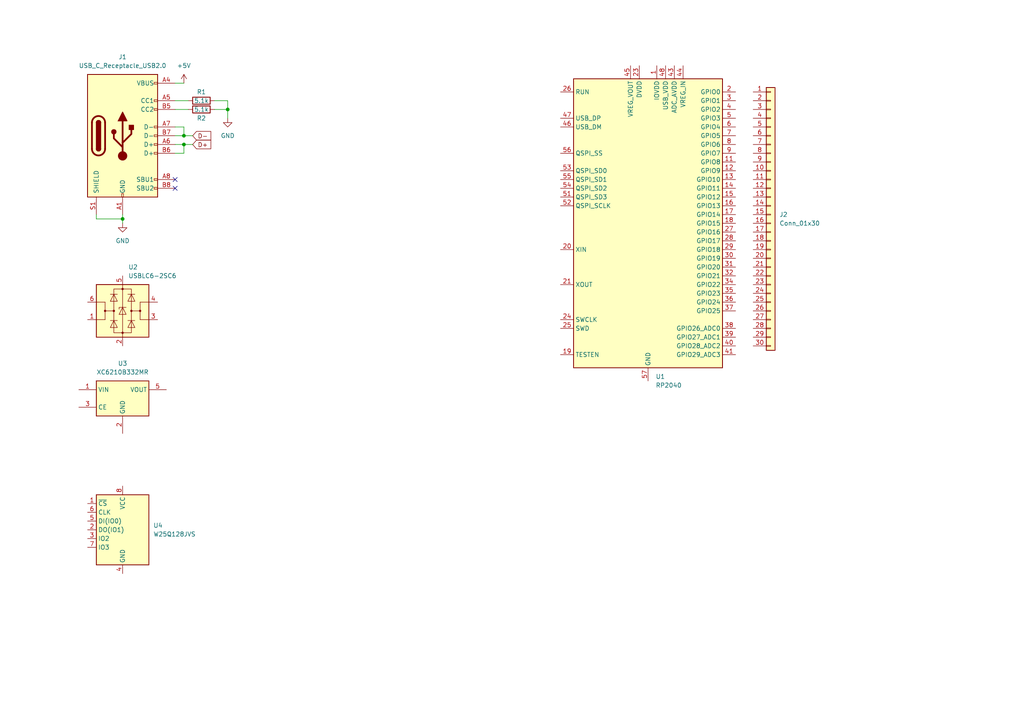
<source format=kicad_sch>
(kicad_sch (version 20230121) (generator eeschema)

  (uuid cc33761c-f139-4a76-bdf7-f72d959ddb3d)

  (paper "A4")

  (lib_symbols
    (symbol "Connector:USB_C_Receptacle_USB2.0" (pin_names (offset 1.016)) (in_bom yes) (on_board yes)
      (property "Reference" "J" (at -10.16 19.05 0)
        (effects (font (size 1.27 1.27)) (justify left))
      )
      (property "Value" "USB_C_Receptacle_USB2.0" (at 19.05 19.05 0)
        (effects (font (size 1.27 1.27)) (justify right))
      )
      (property "Footprint" "" (at 3.81 0 0)
        (effects (font (size 1.27 1.27)) hide)
      )
      (property "Datasheet" "https://www.usb.org/sites/default/files/documents/usb_type-c.zip" (at 3.81 0 0)
        (effects (font (size 1.27 1.27)) hide)
      )
      (property "ki_keywords" "usb universal serial bus type-C USB2.0" (at 0 0 0)
        (effects (font (size 1.27 1.27)) hide)
      )
      (property "ki_description" "USB 2.0-only Type-C Receptacle connector" (at 0 0 0)
        (effects (font (size 1.27 1.27)) hide)
      )
      (property "ki_fp_filters" "USB*C*Receptacle*" (at 0 0 0)
        (effects (font (size 1.27 1.27)) hide)
      )
      (symbol "USB_C_Receptacle_USB2.0_0_0"
        (rectangle (start -0.254 -17.78) (end 0.254 -16.764)
          (stroke (width 0) (type default))
          (fill (type none))
        )
        (rectangle (start 10.16 -14.986) (end 9.144 -15.494)
          (stroke (width 0) (type default))
          (fill (type none))
        )
        (rectangle (start 10.16 -12.446) (end 9.144 -12.954)
          (stroke (width 0) (type default))
          (fill (type none))
        )
        (rectangle (start 10.16 -4.826) (end 9.144 -5.334)
          (stroke (width 0) (type default))
          (fill (type none))
        )
        (rectangle (start 10.16 -2.286) (end 9.144 -2.794)
          (stroke (width 0) (type default))
          (fill (type none))
        )
        (rectangle (start 10.16 0.254) (end 9.144 -0.254)
          (stroke (width 0) (type default))
          (fill (type none))
        )
        (rectangle (start 10.16 2.794) (end 9.144 2.286)
          (stroke (width 0) (type default))
          (fill (type none))
        )
        (rectangle (start 10.16 7.874) (end 9.144 7.366)
          (stroke (width 0) (type default))
          (fill (type none))
        )
        (rectangle (start 10.16 10.414) (end 9.144 9.906)
          (stroke (width 0) (type default))
          (fill (type none))
        )
        (rectangle (start 10.16 15.494) (end 9.144 14.986)
          (stroke (width 0) (type default))
          (fill (type none))
        )
      )
      (symbol "USB_C_Receptacle_USB2.0_0_1"
        (rectangle (start -10.16 17.78) (end 10.16 -17.78)
          (stroke (width 0.254) (type default))
          (fill (type background))
        )
        (arc (start -8.89 -3.81) (mid -6.985 -5.7067) (end -5.08 -3.81)
          (stroke (width 0.508) (type default))
          (fill (type none))
        )
        (arc (start -7.62 -3.81) (mid -6.985 -4.4423) (end -6.35 -3.81)
          (stroke (width 0.254) (type default))
          (fill (type none))
        )
        (arc (start -7.62 -3.81) (mid -6.985 -4.4423) (end -6.35 -3.81)
          (stroke (width 0.254) (type default))
          (fill (type outline))
        )
        (rectangle (start -7.62 -3.81) (end -6.35 3.81)
          (stroke (width 0.254) (type default))
          (fill (type outline))
        )
        (arc (start -6.35 3.81) (mid -6.985 4.4423) (end -7.62 3.81)
          (stroke (width 0.254) (type default))
          (fill (type none))
        )
        (arc (start -6.35 3.81) (mid -6.985 4.4423) (end -7.62 3.81)
          (stroke (width 0.254) (type default))
          (fill (type outline))
        )
        (arc (start -5.08 3.81) (mid -6.985 5.7067) (end -8.89 3.81)
          (stroke (width 0.508) (type default))
          (fill (type none))
        )
        (circle (center -2.54 1.143) (radius 0.635)
          (stroke (width 0.254) (type default))
          (fill (type outline))
        )
        (circle (center 0 -5.842) (radius 1.27)
          (stroke (width 0) (type default))
          (fill (type outline))
        )
        (polyline
          (pts
            (xy -8.89 -3.81)
            (xy -8.89 3.81)
          )
          (stroke (width 0.508) (type default))
          (fill (type none))
        )
        (polyline
          (pts
            (xy -5.08 3.81)
            (xy -5.08 -3.81)
          )
          (stroke (width 0.508) (type default))
          (fill (type none))
        )
        (polyline
          (pts
            (xy 0 -5.842)
            (xy 0 4.318)
          )
          (stroke (width 0.508) (type default))
          (fill (type none))
        )
        (polyline
          (pts
            (xy 0 -3.302)
            (xy -2.54 -0.762)
            (xy -2.54 0.508)
          )
          (stroke (width 0.508) (type default))
          (fill (type none))
        )
        (polyline
          (pts
            (xy 0 -2.032)
            (xy 2.54 0.508)
            (xy 2.54 1.778)
          )
          (stroke (width 0.508) (type default))
          (fill (type none))
        )
        (polyline
          (pts
            (xy -1.27 4.318)
            (xy 0 6.858)
            (xy 1.27 4.318)
            (xy -1.27 4.318)
          )
          (stroke (width 0.254) (type default))
          (fill (type outline))
        )
        (rectangle (start 1.905 1.778) (end 3.175 3.048)
          (stroke (width 0.254) (type default))
          (fill (type outline))
        )
      )
      (symbol "USB_C_Receptacle_USB2.0_1_1"
        (pin passive line (at 0 -22.86 90) (length 5.08)
          (name "GND" (effects (font (size 1.27 1.27))))
          (number "A1" (effects (font (size 1.27 1.27))))
        )
        (pin passive line (at 0 -22.86 90) (length 5.08) hide
          (name "GND" (effects (font (size 1.27 1.27))))
          (number "A12" (effects (font (size 1.27 1.27))))
        )
        (pin passive line (at 15.24 15.24 180) (length 5.08)
          (name "VBUS" (effects (font (size 1.27 1.27))))
          (number "A4" (effects (font (size 1.27 1.27))))
        )
        (pin bidirectional line (at 15.24 10.16 180) (length 5.08)
          (name "CC1" (effects (font (size 1.27 1.27))))
          (number "A5" (effects (font (size 1.27 1.27))))
        )
        (pin bidirectional line (at 15.24 -2.54 180) (length 5.08)
          (name "D+" (effects (font (size 1.27 1.27))))
          (number "A6" (effects (font (size 1.27 1.27))))
        )
        (pin bidirectional line (at 15.24 2.54 180) (length 5.08)
          (name "D-" (effects (font (size 1.27 1.27))))
          (number "A7" (effects (font (size 1.27 1.27))))
        )
        (pin bidirectional line (at 15.24 -12.7 180) (length 5.08)
          (name "SBU1" (effects (font (size 1.27 1.27))))
          (number "A8" (effects (font (size 1.27 1.27))))
        )
        (pin passive line (at 15.24 15.24 180) (length 5.08) hide
          (name "VBUS" (effects (font (size 1.27 1.27))))
          (number "A9" (effects (font (size 1.27 1.27))))
        )
        (pin passive line (at 0 -22.86 90) (length 5.08) hide
          (name "GND" (effects (font (size 1.27 1.27))))
          (number "B1" (effects (font (size 1.27 1.27))))
        )
        (pin passive line (at 0 -22.86 90) (length 5.08) hide
          (name "GND" (effects (font (size 1.27 1.27))))
          (number "B12" (effects (font (size 1.27 1.27))))
        )
        (pin passive line (at 15.24 15.24 180) (length 5.08) hide
          (name "VBUS" (effects (font (size 1.27 1.27))))
          (number "B4" (effects (font (size 1.27 1.27))))
        )
        (pin bidirectional line (at 15.24 7.62 180) (length 5.08)
          (name "CC2" (effects (font (size 1.27 1.27))))
          (number "B5" (effects (font (size 1.27 1.27))))
        )
        (pin bidirectional line (at 15.24 -5.08 180) (length 5.08)
          (name "D+" (effects (font (size 1.27 1.27))))
          (number "B6" (effects (font (size 1.27 1.27))))
        )
        (pin bidirectional line (at 15.24 0 180) (length 5.08)
          (name "D-" (effects (font (size 1.27 1.27))))
          (number "B7" (effects (font (size 1.27 1.27))))
        )
        (pin bidirectional line (at 15.24 -15.24 180) (length 5.08)
          (name "SBU2" (effects (font (size 1.27 1.27))))
          (number "B8" (effects (font (size 1.27 1.27))))
        )
        (pin passive line (at 15.24 15.24 180) (length 5.08) hide
          (name "VBUS" (effects (font (size 1.27 1.27))))
          (number "B9" (effects (font (size 1.27 1.27))))
        )
        (pin passive line (at -7.62 -22.86 90) (length 5.08)
          (name "SHIELD" (effects (font (size 1.27 1.27))))
          (number "S1" (effects (font (size 1.27 1.27))))
        )
      )
    )
    (symbol "Connector_Generic:Conn_01x30" (pin_names (offset 1.016) hide) (in_bom yes) (on_board yes)
      (property "Reference" "J" (at 0 38.1 0)
        (effects (font (size 1.27 1.27)))
      )
      (property "Value" "Conn_01x30" (at 0 -40.64 0)
        (effects (font (size 1.27 1.27)))
      )
      (property "Footprint" "" (at 0 0 0)
        (effects (font (size 1.27 1.27)) hide)
      )
      (property "Datasheet" "~" (at 0 0 0)
        (effects (font (size 1.27 1.27)) hide)
      )
      (property "ki_keywords" "connector" (at 0 0 0)
        (effects (font (size 1.27 1.27)) hide)
      )
      (property "ki_description" "Generic connector, single row, 01x30, script generated (kicad-library-utils/schlib/autogen/connector/)" (at 0 0 0)
        (effects (font (size 1.27 1.27)) hide)
      )
      (property "ki_fp_filters" "Connector*:*_1x??_*" (at 0 0 0)
        (effects (font (size 1.27 1.27)) hide)
      )
      (symbol "Conn_01x30_1_1"
        (rectangle (start -1.27 -37.973) (end 0 -38.227)
          (stroke (width 0.1524) (type default))
          (fill (type none))
        )
        (rectangle (start -1.27 -35.433) (end 0 -35.687)
          (stroke (width 0.1524) (type default))
          (fill (type none))
        )
        (rectangle (start -1.27 -32.893) (end 0 -33.147)
          (stroke (width 0.1524) (type default))
          (fill (type none))
        )
        (rectangle (start -1.27 -30.353) (end 0 -30.607)
          (stroke (width 0.1524) (type default))
          (fill (type none))
        )
        (rectangle (start -1.27 -27.813) (end 0 -28.067)
          (stroke (width 0.1524) (type default))
          (fill (type none))
        )
        (rectangle (start -1.27 -25.273) (end 0 -25.527)
          (stroke (width 0.1524) (type default))
          (fill (type none))
        )
        (rectangle (start -1.27 -22.733) (end 0 -22.987)
          (stroke (width 0.1524) (type default))
          (fill (type none))
        )
        (rectangle (start -1.27 -20.193) (end 0 -20.447)
          (stroke (width 0.1524) (type default))
          (fill (type none))
        )
        (rectangle (start -1.27 -17.653) (end 0 -17.907)
          (stroke (width 0.1524) (type default))
          (fill (type none))
        )
        (rectangle (start -1.27 -15.113) (end 0 -15.367)
          (stroke (width 0.1524) (type default))
          (fill (type none))
        )
        (rectangle (start -1.27 -12.573) (end 0 -12.827)
          (stroke (width 0.1524) (type default))
          (fill (type none))
        )
        (rectangle (start -1.27 -10.033) (end 0 -10.287)
          (stroke (width 0.1524) (type default))
          (fill (type none))
        )
        (rectangle (start -1.27 -7.493) (end 0 -7.747)
          (stroke (width 0.1524) (type default))
          (fill (type none))
        )
        (rectangle (start -1.27 -4.953) (end 0 -5.207)
          (stroke (width 0.1524) (type default))
          (fill (type none))
        )
        (rectangle (start -1.27 -2.413) (end 0 -2.667)
          (stroke (width 0.1524) (type default))
          (fill (type none))
        )
        (rectangle (start -1.27 0.127) (end 0 -0.127)
          (stroke (width 0.1524) (type default))
          (fill (type none))
        )
        (rectangle (start -1.27 2.667) (end 0 2.413)
          (stroke (width 0.1524) (type default))
          (fill (type none))
        )
        (rectangle (start -1.27 5.207) (end 0 4.953)
          (stroke (width 0.1524) (type default))
          (fill (type none))
        )
        (rectangle (start -1.27 7.747) (end 0 7.493)
          (stroke (width 0.1524) (type default))
          (fill (type none))
        )
        (rectangle (start -1.27 10.287) (end 0 10.033)
          (stroke (width 0.1524) (type default))
          (fill (type none))
        )
        (rectangle (start -1.27 12.827) (end 0 12.573)
          (stroke (width 0.1524) (type default))
          (fill (type none))
        )
        (rectangle (start -1.27 15.367) (end 0 15.113)
          (stroke (width 0.1524) (type default))
          (fill (type none))
        )
        (rectangle (start -1.27 17.907) (end 0 17.653)
          (stroke (width 0.1524) (type default))
          (fill (type none))
        )
        (rectangle (start -1.27 20.447) (end 0 20.193)
          (stroke (width 0.1524) (type default))
          (fill (type none))
        )
        (rectangle (start -1.27 22.987) (end 0 22.733)
          (stroke (width 0.1524) (type default))
          (fill (type none))
        )
        (rectangle (start -1.27 25.527) (end 0 25.273)
          (stroke (width 0.1524) (type default))
          (fill (type none))
        )
        (rectangle (start -1.27 28.067) (end 0 27.813)
          (stroke (width 0.1524) (type default))
          (fill (type none))
        )
        (rectangle (start -1.27 30.607) (end 0 30.353)
          (stroke (width 0.1524) (type default))
          (fill (type none))
        )
        (rectangle (start -1.27 33.147) (end 0 32.893)
          (stroke (width 0.1524) (type default))
          (fill (type none))
        )
        (rectangle (start -1.27 35.687) (end 0 35.433)
          (stroke (width 0.1524) (type default))
          (fill (type none))
        )
        (rectangle (start -1.27 36.83) (end 1.27 -39.37)
          (stroke (width 0.254) (type default))
          (fill (type background))
        )
        (pin passive line (at -5.08 35.56 0) (length 3.81)
          (name "Pin_1" (effects (font (size 1.27 1.27))))
          (number "1" (effects (font (size 1.27 1.27))))
        )
        (pin passive line (at -5.08 12.7 0) (length 3.81)
          (name "Pin_10" (effects (font (size 1.27 1.27))))
          (number "10" (effects (font (size 1.27 1.27))))
        )
        (pin passive line (at -5.08 10.16 0) (length 3.81)
          (name "Pin_11" (effects (font (size 1.27 1.27))))
          (number "11" (effects (font (size 1.27 1.27))))
        )
        (pin passive line (at -5.08 7.62 0) (length 3.81)
          (name "Pin_12" (effects (font (size 1.27 1.27))))
          (number "12" (effects (font (size 1.27 1.27))))
        )
        (pin passive line (at -5.08 5.08 0) (length 3.81)
          (name "Pin_13" (effects (font (size 1.27 1.27))))
          (number "13" (effects (font (size 1.27 1.27))))
        )
        (pin passive line (at -5.08 2.54 0) (length 3.81)
          (name "Pin_14" (effects (font (size 1.27 1.27))))
          (number "14" (effects (font (size 1.27 1.27))))
        )
        (pin passive line (at -5.08 0 0) (length 3.81)
          (name "Pin_15" (effects (font (size 1.27 1.27))))
          (number "15" (effects (font (size 1.27 1.27))))
        )
        (pin passive line (at -5.08 -2.54 0) (length 3.81)
          (name "Pin_16" (effects (font (size 1.27 1.27))))
          (number "16" (effects (font (size 1.27 1.27))))
        )
        (pin passive line (at -5.08 -5.08 0) (length 3.81)
          (name "Pin_17" (effects (font (size 1.27 1.27))))
          (number "17" (effects (font (size 1.27 1.27))))
        )
        (pin passive line (at -5.08 -7.62 0) (length 3.81)
          (name "Pin_18" (effects (font (size 1.27 1.27))))
          (number "18" (effects (font (size 1.27 1.27))))
        )
        (pin passive line (at -5.08 -10.16 0) (length 3.81)
          (name "Pin_19" (effects (font (size 1.27 1.27))))
          (number "19" (effects (font (size 1.27 1.27))))
        )
        (pin passive line (at -5.08 33.02 0) (length 3.81)
          (name "Pin_2" (effects (font (size 1.27 1.27))))
          (number "2" (effects (font (size 1.27 1.27))))
        )
        (pin passive line (at -5.08 -12.7 0) (length 3.81)
          (name "Pin_20" (effects (font (size 1.27 1.27))))
          (number "20" (effects (font (size 1.27 1.27))))
        )
        (pin passive line (at -5.08 -15.24 0) (length 3.81)
          (name "Pin_21" (effects (font (size 1.27 1.27))))
          (number "21" (effects (font (size 1.27 1.27))))
        )
        (pin passive line (at -5.08 -17.78 0) (length 3.81)
          (name "Pin_22" (effects (font (size 1.27 1.27))))
          (number "22" (effects (font (size 1.27 1.27))))
        )
        (pin passive line (at -5.08 -20.32 0) (length 3.81)
          (name "Pin_23" (effects (font (size 1.27 1.27))))
          (number "23" (effects (font (size 1.27 1.27))))
        )
        (pin passive line (at -5.08 -22.86 0) (length 3.81)
          (name "Pin_24" (effects (font (size 1.27 1.27))))
          (number "24" (effects (font (size 1.27 1.27))))
        )
        (pin passive line (at -5.08 -25.4 0) (length 3.81)
          (name "Pin_25" (effects (font (size 1.27 1.27))))
          (number "25" (effects (font (size 1.27 1.27))))
        )
        (pin passive line (at -5.08 -27.94 0) (length 3.81)
          (name "Pin_26" (effects (font (size 1.27 1.27))))
          (number "26" (effects (font (size 1.27 1.27))))
        )
        (pin passive line (at -5.08 -30.48 0) (length 3.81)
          (name "Pin_27" (effects (font (size 1.27 1.27))))
          (number "27" (effects (font (size 1.27 1.27))))
        )
        (pin passive line (at -5.08 -33.02 0) (length 3.81)
          (name "Pin_28" (effects (font (size 1.27 1.27))))
          (number "28" (effects (font (size 1.27 1.27))))
        )
        (pin passive line (at -5.08 -35.56 0) (length 3.81)
          (name "Pin_29" (effects (font (size 1.27 1.27))))
          (number "29" (effects (font (size 1.27 1.27))))
        )
        (pin passive line (at -5.08 30.48 0) (length 3.81)
          (name "Pin_3" (effects (font (size 1.27 1.27))))
          (number "3" (effects (font (size 1.27 1.27))))
        )
        (pin passive line (at -5.08 -38.1 0) (length 3.81)
          (name "Pin_30" (effects (font (size 1.27 1.27))))
          (number "30" (effects (font (size 1.27 1.27))))
        )
        (pin passive line (at -5.08 27.94 0) (length 3.81)
          (name "Pin_4" (effects (font (size 1.27 1.27))))
          (number "4" (effects (font (size 1.27 1.27))))
        )
        (pin passive line (at -5.08 25.4 0) (length 3.81)
          (name "Pin_5" (effects (font (size 1.27 1.27))))
          (number "5" (effects (font (size 1.27 1.27))))
        )
        (pin passive line (at -5.08 22.86 0) (length 3.81)
          (name "Pin_6" (effects (font (size 1.27 1.27))))
          (number "6" (effects (font (size 1.27 1.27))))
        )
        (pin passive line (at -5.08 20.32 0) (length 3.81)
          (name "Pin_7" (effects (font (size 1.27 1.27))))
          (number "7" (effects (font (size 1.27 1.27))))
        )
        (pin passive line (at -5.08 17.78 0) (length 3.81)
          (name "Pin_8" (effects (font (size 1.27 1.27))))
          (number "8" (effects (font (size 1.27 1.27))))
        )
        (pin passive line (at -5.08 15.24 0) (length 3.81)
          (name "Pin_9" (effects (font (size 1.27 1.27))))
          (number "9" (effects (font (size 1.27 1.27))))
        )
      )
    )
    (symbol "Device:R" (pin_numbers hide) (pin_names (offset 0)) (in_bom yes) (on_board yes)
      (property "Reference" "R" (at 2.032 0 90)
        (effects (font (size 1.27 1.27)))
      )
      (property "Value" "R" (at 0 0 90)
        (effects (font (size 1.27 1.27)))
      )
      (property "Footprint" "" (at -1.778 0 90)
        (effects (font (size 1.27 1.27)) hide)
      )
      (property "Datasheet" "~" (at 0 0 0)
        (effects (font (size 1.27 1.27)) hide)
      )
      (property "ki_keywords" "R res resistor" (at 0 0 0)
        (effects (font (size 1.27 1.27)) hide)
      )
      (property "ki_description" "Resistor" (at 0 0 0)
        (effects (font (size 1.27 1.27)) hide)
      )
      (property "ki_fp_filters" "R_*" (at 0 0 0)
        (effects (font (size 1.27 1.27)) hide)
      )
      (symbol "R_0_1"
        (rectangle (start -1.016 -2.54) (end 1.016 2.54)
          (stroke (width 0.254) (type default))
          (fill (type none))
        )
      )
      (symbol "R_1_1"
        (pin passive line (at 0 3.81 270) (length 1.27)
          (name "~" (effects (font (size 1.27 1.27))))
          (number "1" (effects (font (size 1.27 1.27))))
        )
        (pin passive line (at 0 -3.81 90) (length 1.27)
          (name "~" (effects (font (size 1.27 1.27))))
          (number "2" (effects (font (size 1.27 1.27))))
        )
      )
    )
    (symbol "MCU_RaspberryPi:RP2040" (in_bom yes) (on_board yes)
      (property "Reference" "U" (at 17.78 45.72 0)
        (effects (font (size 1.27 1.27)))
      )
      (property "Value" "RP2040" (at 17.78 43.18 0)
        (effects (font (size 1.27 1.27)))
      )
      (property "Footprint" "Package_DFN_QFN:QFN-56-1EP_7x7mm_P0.4mm_EP3.2x3.2mm" (at 0 0 0)
        (effects (font (size 1.27 1.27)) hide)
      )
      (property "Datasheet" "https://datasheets.raspberrypi.com/rp2040/rp2040-datasheet.pdf" (at 0 0 0)
        (effects (font (size 1.27 1.27)) hide)
      )
      (property "ki_keywords" "RP2040 ARM Cortex-M0+ USB" (at 0 0 0)
        (effects (font (size 1.27 1.27)) hide)
      )
      (property "ki_description" "A microcontroller by Raspberry Pi" (at 0 0 0)
        (effects (font (size 1.27 1.27)) hide)
      )
      (property "ki_fp_filters" "QFN*1EP*7x7mm?P0.4mm*" (at 0 0 0)
        (effects (font (size 1.27 1.27)) hide)
      )
      (symbol "RP2040_0_1"
        (rectangle (start -21.59 41.91) (end 21.59 -41.91)
          (stroke (width 0.254) (type default))
          (fill (type background))
        )
      )
      (symbol "RP2040_1_1"
        (pin power_in line (at 2.54 45.72 270) (length 3.81)
          (name "IOVDD" (effects (font (size 1.27 1.27))))
          (number "1" (effects (font (size 1.27 1.27))))
        )
        (pin passive line (at 2.54 45.72 270) (length 3.81) hide
          (name "IOVDD" (effects (font (size 1.27 1.27))))
          (number "10" (effects (font (size 1.27 1.27))))
        )
        (pin bidirectional line (at 25.4 17.78 180) (length 3.81)
          (name "GPIO8" (effects (font (size 1.27 1.27))))
          (number "11" (effects (font (size 1.27 1.27))))
        )
        (pin bidirectional line (at 25.4 15.24 180) (length 3.81)
          (name "GPIO9" (effects (font (size 1.27 1.27))))
          (number "12" (effects (font (size 1.27 1.27))))
        )
        (pin bidirectional line (at 25.4 12.7 180) (length 3.81)
          (name "GPIO10" (effects (font (size 1.27 1.27))))
          (number "13" (effects (font (size 1.27 1.27))))
        )
        (pin bidirectional line (at 25.4 10.16 180) (length 3.81)
          (name "GPIO11" (effects (font (size 1.27 1.27))))
          (number "14" (effects (font (size 1.27 1.27))))
        )
        (pin bidirectional line (at 25.4 7.62 180) (length 3.81)
          (name "GPIO12" (effects (font (size 1.27 1.27))))
          (number "15" (effects (font (size 1.27 1.27))))
        )
        (pin bidirectional line (at 25.4 5.08 180) (length 3.81)
          (name "GPIO13" (effects (font (size 1.27 1.27))))
          (number "16" (effects (font (size 1.27 1.27))))
        )
        (pin bidirectional line (at 25.4 2.54 180) (length 3.81)
          (name "GPIO14" (effects (font (size 1.27 1.27))))
          (number "17" (effects (font (size 1.27 1.27))))
        )
        (pin bidirectional line (at 25.4 0 180) (length 3.81)
          (name "GPIO15" (effects (font (size 1.27 1.27))))
          (number "18" (effects (font (size 1.27 1.27))))
        )
        (pin input line (at -25.4 -38.1 0) (length 3.81)
          (name "TESTEN" (effects (font (size 1.27 1.27))))
          (number "19" (effects (font (size 1.27 1.27))))
        )
        (pin bidirectional line (at 25.4 38.1 180) (length 3.81)
          (name "GPIO0" (effects (font (size 1.27 1.27))))
          (number "2" (effects (font (size 1.27 1.27))))
        )
        (pin input line (at -25.4 -7.62 0) (length 3.81)
          (name "XIN" (effects (font (size 1.27 1.27))))
          (number "20" (effects (font (size 1.27 1.27))))
        )
        (pin passive line (at -25.4 -17.78 0) (length 3.81)
          (name "XOUT" (effects (font (size 1.27 1.27))))
          (number "21" (effects (font (size 1.27 1.27))))
        )
        (pin passive line (at 2.54 45.72 270) (length 3.81) hide
          (name "IOVDD" (effects (font (size 1.27 1.27))))
          (number "22" (effects (font (size 1.27 1.27))))
        )
        (pin power_in line (at -2.54 45.72 270) (length 3.81)
          (name "DVDD" (effects (font (size 1.27 1.27))))
          (number "23" (effects (font (size 1.27 1.27))))
        )
        (pin input line (at -25.4 -27.94 0) (length 3.81)
          (name "SWCLK" (effects (font (size 1.27 1.27))))
          (number "24" (effects (font (size 1.27 1.27))))
        )
        (pin bidirectional line (at -25.4 -30.48 0) (length 3.81)
          (name "SWD" (effects (font (size 1.27 1.27))))
          (number "25" (effects (font (size 1.27 1.27))))
        )
        (pin input line (at -25.4 38.1 0) (length 3.81)
          (name "RUN" (effects (font (size 1.27 1.27))))
          (number "26" (effects (font (size 1.27 1.27))))
        )
        (pin bidirectional line (at 25.4 -2.54 180) (length 3.81)
          (name "GPIO16" (effects (font (size 1.27 1.27))))
          (number "27" (effects (font (size 1.27 1.27))))
        )
        (pin bidirectional line (at 25.4 -5.08 180) (length 3.81)
          (name "GPIO17" (effects (font (size 1.27 1.27))))
          (number "28" (effects (font (size 1.27 1.27))))
        )
        (pin bidirectional line (at 25.4 -7.62 180) (length 3.81)
          (name "GPIO18" (effects (font (size 1.27 1.27))))
          (number "29" (effects (font (size 1.27 1.27))))
        )
        (pin bidirectional line (at 25.4 35.56 180) (length 3.81)
          (name "GPIO1" (effects (font (size 1.27 1.27))))
          (number "3" (effects (font (size 1.27 1.27))))
        )
        (pin bidirectional line (at 25.4 -10.16 180) (length 3.81)
          (name "GPIO19" (effects (font (size 1.27 1.27))))
          (number "30" (effects (font (size 1.27 1.27))))
        )
        (pin bidirectional line (at 25.4 -12.7 180) (length 3.81)
          (name "GPIO20" (effects (font (size 1.27 1.27))))
          (number "31" (effects (font (size 1.27 1.27))))
        )
        (pin bidirectional line (at 25.4 -15.24 180) (length 3.81)
          (name "GPIO21" (effects (font (size 1.27 1.27))))
          (number "32" (effects (font (size 1.27 1.27))))
        )
        (pin passive line (at 2.54 45.72 270) (length 3.81) hide
          (name "IOVDD" (effects (font (size 1.27 1.27))))
          (number "33" (effects (font (size 1.27 1.27))))
        )
        (pin bidirectional line (at 25.4 -17.78 180) (length 3.81)
          (name "GPIO22" (effects (font (size 1.27 1.27))))
          (number "34" (effects (font (size 1.27 1.27))))
        )
        (pin bidirectional line (at 25.4 -20.32 180) (length 3.81)
          (name "GPIO23" (effects (font (size 1.27 1.27))))
          (number "35" (effects (font (size 1.27 1.27))))
        )
        (pin bidirectional line (at 25.4 -22.86 180) (length 3.81)
          (name "GPIO24" (effects (font (size 1.27 1.27))))
          (number "36" (effects (font (size 1.27 1.27))))
        )
        (pin bidirectional line (at 25.4 -25.4 180) (length 3.81)
          (name "GPIO25" (effects (font (size 1.27 1.27))))
          (number "37" (effects (font (size 1.27 1.27))))
        )
        (pin bidirectional line (at 25.4 -30.48 180) (length 3.81)
          (name "GPIO26_ADC0" (effects (font (size 1.27 1.27))))
          (number "38" (effects (font (size 1.27 1.27))))
        )
        (pin bidirectional line (at 25.4 -33.02 180) (length 3.81)
          (name "GPIO27_ADC1" (effects (font (size 1.27 1.27))))
          (number "39" (effects (font (size 1.27 1.27))))
        )
        (pin bidirectional line (at 25.4 33.02 180) (length 3.81)
          (name "GPIO2" (effects (font (size 1.27 1.27))))
          (number "4" (effects (font (size 1.27 1.27))))
        )
        (pin bidirectional line (at 25.4 -35.56 180) (length 3.81)
          (name "GPIO28_ADC2" (effects (font (size 1.27 1.27))))
          (number "40" (effects (font (size 1.27 1.27))))
        )
        (pin bidirectional line (at 25.4 -38.1 180) (length 3.81)
          (name "GPIO29_ADC3" (effects (font (size 1.27 1.27))))
          (number "41" (effects (font (size 1.27 1.27))))
        )
        (pin passive line (at 2.54 45.72 270) (length 3.81) hide
          (name "IOVDD" (effects (font (size 1.27 1.27))))
          (number "42" (effects (font (size 1.27 1.27))))
        )
        (pin power_in line (at 7.62 45.72 270) (length 3.81)
          (name "ADC_AVDD" (effects (font (size 1.27 1.27))))
          (number "43" (effects (font (size 1.27 1.27))))
        )
        (pin power_in line (at 10.16 45.72 270) (length 3.81)
          (name "VREG_IN" (effects (font (size 1.27 1.27))))
          (number "44" (effects (font (size 1.27 1.27))))
        )
        (pin power_out line (at -5.08 45.72 270) (length 3.81)
          (name "VREG_VOUT" (effects (font (size 1.27 1.27))))
          (number "45" (effects (font (size 1.27 1.27))))
        )
        (pin bidirectional line (at -25.4 27.94 0) (length 3.81)
          (name "USB_DM" (effects (font (size 1.27 1.27))))
          (number "46" (effects (font (size 1.27 1.27))))
        )
        (pin bidirectional line (at -25.4 30.48 0) (length 3.81)
          (name "USB_DP" (effects (font (size 1.27 1.27))))
          (number "47" (effects (font (size 1.27 1.27))))
        )
        (pin power_in line (at 5.08 45.72 270) (length 3.81)
          (name "USB_VDD" (effects (font (size 1.27 1.27))))
          (number "48" (effects (font (size 1.27 1.27))))
        )
        (pin passive line (at 2.54 45.72 270) (length 3.81) hide
          (name "IOVDD" (effects (font (size 1.27 1.27))))
          (number "49" (effects (font (size 1.27 1.27))))
        )
        (pin bidirectional line (at 25.4 30.48 180) (length 3.81)
          (name "GPIO3" (effects (font (size 1.27 1.27))))
          (number "5" (effects (font (size 1.27 1.27))))
        )
        (pin passive line (at -2.54 45.72 270) (length 3.81) hide
          (name "DVDD" (effects (font (size 1.27 1.27))))
          (number "50" (effects (font (size 1.27 1.27))))
        )
        (pin bidirectional line (at -25.4 7.62 0) (length 3.81)
          (name "QSPI_SD3" (effects (font (size 1.27 1.27))))
          (number "51" (effects (font (size 1.27 1.27))))
        )
        (pin output line (at -25.4 5.08 0) (length 3.81)
          (name "QSPI_SCLK" (effects (font (size 1.27 1.27))))
          (number "52" (effects (font (size 1.27 1.27))))
        )
        (pin bidirectional line (at -25.4 15.24 0) (length 3.81)
          (name "QSPI_SD0" (effects (font (size 1.27 1.27))))
          (number "53" (effects (font (size 1.27 1.27))))
        )
        (pin bidirectional line (at -25.4 10.16 0) (length 3.81)
          (name "QSPI_SD2" (effects (font (size 1.27 1.27))))
          (number "54" (effects (font (size 1.27 1.27))))
        )
        (pin bidirectional line (at -25.4 12.7 0) (length 3.81)
          (name "QSPI_SD1" (effects (font (size 1.27 1.27))))
          (number "55" (effects (font (size 1.27 1.27))))
        )
        (pin bidirectional line (at -25.4 20.32 0) (length 3.81)
          (name "QSPI_SS" (effects (font (size 1.27 1.27))))
          (number "56" (effects (font (size 1.27 1.27))))
        )
        (pin power_in line (at 0 -45.72 90) (length 3.81)
          (name "GND" (effects (font (size 1.27 1.27))))
          (number "57" (effects (font (size 1.27 1.27))))
        )
        (pin bidirectional line (at 25.4 27.94 180) (length 3.81)
          (name "GPIO4" (effects (font (size 1.27 1.27))))
          (number "6" (effects (font (size 1.27 1.27))))
        )
        (pin bidirectional line (at 25.4 25.4 180) (length 3.81)
          (name "GPIO5" (effects (font (size 1.27 1.27))))
          (number "7" (effects (font (size 1.27 1.27))))
        )
        (pin bidirectional line (at 25.4 22.86 180) (length 3.81)
          (name "GPIO6" (effects (font (size 1.27 1.27))))
          (number "8" (effects (font (size 1.27 1.27))))
        )
        (pin bidirectional line (at 25.4 20.32 180) (length 3.81)
          (name "GPIO7" (effects (font (size 1.27 1.27))))
          (number "9" (effects (font (size 1.27 1.27))))
        )
      )
    )
    (symbol "Memory_Flash:W25Q128JVS" (in_bom yes) (on_board yes)
      (property "Reference" "U" (at -8.89 8.89 0)
        (effects (font (size 1.27 1.27)))
      )
      (property "Value" "W25Q128JVS" (at 7.62 8.89 0)
        (effects (font (size 1.27 1.27)))
      )
      (property "Footprint" "Package_SO:SOIC-8_5.23x5.23mm_P1.27mm" (at 0 0 0)
        (effects (font (size 1.27 1.27)) hide)
      )
      (property "Datasheet" "http://www.winbond.com/resource-files/w25q128jv_dtr%20revc%2003272018%20plus.pdf" (at 0 0 0)
        (effects (font (size 1.27 1.27)) hide)
      )
      (property "ki_keywords" "flash memory SPI QPI DTR" (at 0 0 0)
        (effects (font (size 1.27 1.27)) hide)
      )
      (property "ki_description" "128Mb Serial Flash Memory, Standard/Dual/Quad SPI, SOIC-8" (at 0 0 0)
        (effects (font (size 1.27 1.27)) hide)
      )
      (property "ki_fp_filters" "SOIC*5.23x5.23mm*P1.27mm*" (at 0 0 0)
        (effects (font (size 1.27 1.27)) hide)
      )
      (symbol "W25Q128JVS_0_1"
        (rectangle (start -7.62 10.16) (end 7.62 -10.16)
          (stroke (width 0.254) (type default))
          (fill (type background))
        )
      )
      (symbol "W25Q128JVS_1_1"
        (pin input line (at -10.16 7.62 0) (length 2.54)
          (name "~{CS}" (effects (font (size 1.27 1.27))))
          (number "1" (effects (font (size 1.27 1.27))))
        )
        (pin bidirectional line (at -10.16 0 0) (length 2.54)
          (name "DO(IO1)" (effects (font (size 1.27 1.27))))
          (number "2" (effects (font (size 1.27 1.27))))
        )
        (pin bidirectional line (at -10.16 -2.54 0) (length 2.54)
          (name "IO2" (effects (font (size 1.27 1.27))))
          (number "3" (effects (font (size 1.27 1.27))))
        )
        (pin power_in line (at 0 -12.7 90) (length 2.54)
          (name "GND" (effects (font (size 1.27 1.27))))
          (number "4" (effects (font (size 1.27 1.27))))
        )
        (pin bidirectional line (at -10.16 2.54 0) (length 2.54)
          (name "DI(IO0)" (effects (font (size 1.27 1.27))))
          (number "5" (effects (font (size 1.27 1.27))))
        )
        (pin input line (at -10.16 5.08 0) (length 2.54)
          (name "CLK" (effects (font (size 1.27 1.27))))
          (number "6" (effects (font (size 1.27 1.27))))
        )
        (pin bidirectional line (at -10.16 -5.08 0) (length 2.54)
          (name "IO3" (effects (font (size 1.27 1.27))))
          (number "7" (effects (font (size 1.27 1.27))))
        )
        (pin power_in line (at 0 12.7 270) (length 2.54)
          (name "VCC" (effects (font (size 1.27 1.27))))
          (number "8" (effects (font (size 1.27 1.27))))
        )
      )
    )
    (symbol "Power_Protection:USBLC6-2SC6" (pin_names hide) (in_bom yes) (on_board yes)
      (property "Reference" "U" (at 2.54 8.89 0)
        (effects (font (size 1.27 1.27)) (justify left))
      )
      (property "Value" "USBLC6-2SC6" (at 2.54 -8.89 0)
        (effects (font (size 1.27 1.27)) (justify left))
      )
      (property "Footprint" "Package_TO_SOT_SMD:SOT-23-6" (at 0 -12.7 0)
        (effects (font (size 1.27 1.27)) hide)
      )
      (property "Datasheet" "https://www.st.com/resource/en/datasheet/usblc6-2.pdf" (at 5.08 8.89 0)
        (effects (font (size 1.27 1.27)) hide)
      )
      (property "ki_keywords" "usb ethernet video" (at 0 0 0)
        (effects (font (size 1.27 1.27)) hide)
      )
      (property "ki_description" "Very low capacitance ESD protection diode, 2 data-line, SOT-23-6" (at 0 0 0)
        (effects (font (size 1.27 1.27)) hide)
      )
      (property "ki_fp_filters" "SOT?23*" (at 0 0 0)
        (effects (font (size 1.27 1.27)) hide)
      )
      (symbol "USBLC6-2SC6_0_1"
        (rectangle (start -7.62 -7.62) (end 7.62 7.62)
          (stroke (width 0.254) (type default))
          (fill (type background))
        )
        (circle (center -5.08 0) (radius 0.254)
          (stroke (width 0) (type default))
          (fill (type outline))
        )
        (circle (center -2.54 0) (radius 0.254)
          (stroke (width 0) (type default))
          (fill (type outline))
        )
        (rectangle (start -2.54 6.35) (end 2.54 -6.35)
          (stroke (width 0) (type default))
          (fill (type none))
        )
        (circle (center 0 -6.35) (radius 0.254)
          (stroke (width 0) (type default))
          (fill (type outline))
        )
        (polyline
          (pts
            (xy -5.08 -2.54)
            (xy -7.62 -2.54)
          )
          (stroke (width 0) (type default))
          (fill (type none))
        )
        (polyline
          (pts
            (xy -5.08 0)
            (xy -5.08 -2.54)
          )
          (stroke (width 0) (type default))
          (fill (type none))
        )
        (polyline
          (pts
            (xy -5.08 2.54)
            (xy -7.62 2.54)
          )
          (stroke (width 0) (type default))
          (fill (type none))
        )
        (polyline
          (pts
            (xy -1.524 -2.794)
            (xy -3.556 -2.794)
          )
          (stroke (width 0) (type default))
          (fill (type none))
        )
        (polyline
          (pts
            (xy -1.524 4.826)
            (xy -3.556 4.826)
          )
          (stroke (width 0) (type default))
          (fill (type none))
        )
        (polyline
          (pts
            (xy 0 -7.62)
            (xy 0 -6.35)
          )
          (stroke (width 0) (type default))
          (fill (type none))
        )
        (polyline
          (pts
            (xy 0 -6.35)
            (xy 0 1.27)
          )
          (stroke (width 0) (type default))
          (fill (type none))
        )
        (polyline
          (pts
            (xy 0 1.27)
            (xy 0 6.35)
          )
          (stroke (width 0) (type default))
          (fill (type none))
        )
        (polyline
          (pts
            (xy 0 6.35)
            (xy 0 7.62)
          )
          (stroke (width 0) (type default))
          (fill (type none))
        )
        (polyline
          (pts
            (xy 1.524 -2.794)
            (xy 3.556 -2.794)
          )
          (stroke (width 0) (type default))
          (fill (type none))
        )
        (polyline
          (pts
            (xy 1.524 4.826)
            (xy 3.556 4.826)
          )
          (stroke (width 0) (type default))
          (fill (type none))
        )
        (polyline
          (pts
            (xy 5.08 -2.54)
            (xy 7.62 -2.54)
          )
          (stroke (width 0) (type default))
          (fill (type none))
        )
        (polyline
          (pts
            (xy 5.08 0)
            (xy 5.08 -2.54)
          )
          (stroke (width 0) (type default))
          (fill (type none))
        )
        (polyline
          (pts
            (xy 5.08 2.54)
            (xy 7.62 2.54)
          )
          (stroke (width 0) (type default))
          (fill (type none))
        )
        (polyline
          (pts
            (xy -2.54 0)
            (xy -5.08 0)
            (xy -5.08 2.54)
          )
          (stroke (width 0) (type default))
          (fill (type none))
        )
        (polyline
          (pts
            (xy 2.54 0)
            (xy 5.08 0)
            (xy 5.08 2.54)
          )
          (stroke (width 0) (type default))
          (fill (type none))
        )
        (polyline
          (pts
            (xy -3.556 -4.826)
            (xy -1.524 -4.826)
            (xy -2.54 -2.794)
            (xy -3.556 -4.826)
          )
          (stroke (width 0) (type default))
          (fill (type none))
        )
        (polyline
          (pts
            (xy -3.556 2.794)
            (xy -1.524 2.794)
            (xy -2.54 4.826)
            (xy -3.556 2.794)
          )
          (stroke (width 0) (type default))
          (fill (type none))
        )
        (polyline
          (pts
            (xy -1.016 -1.016)
            (xy 1.016 -1.016)
            (xy 0 1.016)
            (xy -1.016 -1.016)
          )
          (stroke (width 0) (type default))
          (fill (type none))
        )
        (polyline
          (pts
            (xy 1.016 1.016)
            (xy 0.762 1.016)
            (xy -1.016 1.016)
            (xy -1.016 0.508)
          )
          (stroke (width 0) (type default))
          (fill (type none))
        )
        (polyline
          (pts
            (xy 3.556 -4.826)
            (xy 1.524 -4.826)
            (xy 2.54 -2.794)
            (xy 3.556 -4.826)
          )
          (stroke (width 0) (type default))
          (fill (type none))
        )
        (polyline
          (pts
            (xy 3.556 2.794)
            (xy 1.524 2.794)
            (xy 2.54 4.826)
            (xy 3.556 2.794)
          )
          (stroke (width 0) (type default))
          (fill (type none))
        )
        (circle (center 0 6.35) (radius 0.254)
          (stroke (width 0) (type default))
          (fill (type outline))
        )
        (circle (center 2.54 0) (radius 0.254)
          (stroke (width 0) (type default))
          (fill (type outline))
        )
        (circle (center 5.08 0) (radius 0.254)
          (stroke (width 0) (type default))
          (fill (type outline))
        )
      )
      (symbol "USBLC6-2SC6_1_1"
        (pin passive line (at -10.16 -2.54 0) (length 2.54)
          (name "I/O1" (effects (font (size 1.27 1.27))))
          (number "1" (effects (font (size 1.27 1.27))))
        )
        (pin passive line (at 0 -10.16 90) (length 2.54)
          (name "GND" (effects (font (size 1.27 1.27))))
          (number "2" (effects (font (size 1.27 1.27))))
        )
        (pin passive line (at 10.16 -2.54 180) (length 2.54)
          (name "I/O2" (effects (font (size 1.27 1.27))))
          (number "3" (effects (font (size 1.27 1.27))))
        )
        (pin passive line (at 10.16 2.54 180) (length 2.54)
          (name "I/O2" (effects (font (size 1.27 1.27))))
          (number "4" (effects (font (size 1.27 1.27))))
        )
        (pin passive line (at 0 10.16 270) (length 2.54)
          (name "VBUS" (effects (font (size 1.27 1.27))))
          (number "5" (effects (font (size 1.27 1.27))))
        )
        (pin passive line (at -10.16 2.54 0) (length 2.54)
          (name "I/O1" (effects (font (size 1.27 1.27))))
          (number "6" (effects (font (size 1.27 1.27))))
        )
      )
    )
    (symbol "Regulator_Linear:XC6210B332MR" (in_bom yes) (on_board yes)
      (property "Reference" "U" (at 0 8.89 0)
        (effects (font (size 1.27 1.27)))
      )
      (property "Value" "XC6210B332MR" (at 0 6.35 0)
        (effects (font (size 1.27 1.27)))
      )
      (property "Footprint" "Package_TO_SOT_SMD:SOT-23-5" (at 0 0 0)
        (effects (font (size 1.27 1.27)) hide)
      )
      (property "Datasheet" "https://www.torexsemi.com/file/xc6210/XC6210.pdf" (at 19.05 -25.4 0)
        (effects (font (size 1.27 1.27)) hide)
      )
      (property "ki_keywords" "LDO Voltage Regulator 700mA" (at 0 0 0)
        (effects (font (size 1.27 1.27)) hide)
      )
      (property "ki_description" "700mA, Low Drop-out Voltage Regulator, Fixed Output 3.3V, SOT-23-5" (at 0 0 0)
        (effects (font (size 1.27 1.27)) hide)
      )
      (property "ki_fp_filters" "SOT?23*" (at 0 0 0)
        (effects (font (size 1.27 1.27)) hide)
      )
      (symbol "XC6210B332MR_0_1"
        (rectangle (start -7.62 5.08) (end 7.62 -5.08)
          (stroke (width 0.254) (type default))
          (fill (type background))
        )
      )
      (symbol "XC6210B332MR_1_1"
        (pin power_in line (at -12.7 2.54 0) (length 5.08)
          (name "VIN" (effects (font (size 1.27 1.27))))
          (number "1" (effects (font (size 1.27 1.27))))
        )
        (pin power_in line (at 0 -10.16 90) (length 5.08)
          (name "GND" (effects (font (size 1.27 1.27))))
          (number "2" (effects (font (size 1.27 1.27))))
        )
        (pin input line (at -12.7 -2.54 0) (length 5.08)
          (name "CE" (effects (font (size 1.27 1.27))))
          (number "3" (effects (font (size 1.27 1.27))))
        )
        (pin no_connect line (at 7.62 -2.54 180) (length 5.08) hide
          (name "NC" (effects (font (size 1.27 1.27))))
          (number "4" (effects (font (size 1.27 1.27))))
        )
        (pin power_out line (at 12.7 2.54 180) (length 5.08)
          (name "VOUT" (effects (font (size 1.27 1.27))))
          (number "5" (effects (font (size 1.27 1.27))))
        )
      )
    )
    (symbol "power:+5V" (power) (pin_names (offset 0)) (in_bom yes) (on_board yes)
      (property "Reference" "#PWR" (at 0 -3.81 0)
        (effects (font (size 1.27 1.27)) hide)
      )
      (property "Value" "+5V" (at 0 3.556 0)
        (effects (font (size 1.27 1.27)))
      )
      (property "Footprint" "" (at 0 0 0)
        (effects (font (size 1.27 1.27)) hide)
      )
      (property "Datasheet" "" (at 0 0 0)
        (effects (font (size 1.27 1.27)) hide)
      )
      (property "ki_keywords" "global power" (at 0 0 0)
        (effects (font (size 1.27 1.27)) hide)
      )
      (property "ki_description" "Power symbol creates a global label with name \"+5V\"" (at 0 0 0)
        (effects (font (size 1.27 1.27)) hide)
      )
      (symbol "+5V_0_1"
        (polyline
          (pts
            (xy -0.762 1.27)
            (xy 0 2.54)
          )
          (stroke (width 0) (type default))
          (fill (type none))
        )
        (polyline
          (pts
            (xy 0 0)
            (xy 0 2.54)
          )
          (stroke (width 0) (type default))
          (fill (type none))
        )
        (polyline
          (pts
            (xy 0 2.54)
            (xy 0.762 1.27)
          )
          (stroke (width 0) (type default))
          (fill (type none))
        )
      )
      (symbol "+5V_1_1"
        (pin power_in line (at 0 0 90) (length 0) hide
          (name "+5V" (effects (font (size 1.27 1.27))))
          (number "1" (effects (font (size 1.27 1.27))))
        )
      )
    )
    (symbol "power:GND" (power) (pin_names (offset 0)) (in_bom yes) (on_board yes)
      (property "Reference" "#PWR" (at 0 -6.35 0)
        (effects (font (size 1.27 1.27)) hide)
      )
      (property "Value" "GND" (at 0 -3.81 0)
        (effects (font (size 1.27 1.27)))
      )
      (property "Footprint" "" (at 0 0 0)
        (effects (font (size 1.27 1.27)) hide)
      )
      (property "Datasheet" "" (at 0 0 0)
        (effects (font (size 1.27 1.27)) hide)
      )
      (property "ki_keywords" "global power" (at 0 0 0)
        (effects (font (size 1.27 1.27)) hide)
      )
      (property "ki_description" "Power symbol creates a global label with name \"GND\" , ground" (at 0 0 0)
        (effects (font (size 1.27 1.27)) hide)
      )
      (symbol "GND_0_1"
        (polyline
          (pts
            (xy 0 0)
            (xy 0 -1.27)
            (xy 1.27 -1.27)
            (xy 0 -2.54)
            (xy -1.27 -1.27)
            (xy 0 -1.27)
          )
          (stroke (width 0) (type default))
          (fill (type none))
        )
      )
      (symbol "GND_1_1"
        (pin power_in line (at 0 0 270) (length 0) hide
          (name "GND" (effects (font (size 1.27 1.27))))
          (number "1" (effects (font (size 1.27 1.27))))
        )
      )
    )
  )

  (junction (at 53.34 39.37) (diameter 0) (color 0 0 0 0)
    (uuid 2eedb12b-66e4-42ea-9d5c-eddc9692a221)
  )
  (junction (at 35.56 63.5) (diameter 0) (color 0 0 0 0)
    (uuid 5f83c27e-5801-4164-ba37-169d2194b582)
  )
  (junction (at 66.04 31.75) (diameter 0) (color 0 0 0 0)
    (uuid e1476be6-08e1-4d46-a019-c0b8a3e8b133)
  )
  (junction (at 53.34 41.91) (diameter 0) (color 0 0 0 0)
    (uuid f24f57dc-d67a-42ce-8f45-83233b77d9ab)
  )

  (no_connect (at 50.8 54.61) (uuid 32c66028-f734-4e5c-9a24-37dfe39127ac))
  (no_connect (at 50.8 52.07) (uuid e9ae4c81-3141-4f6c-8d1c-794143fef61e))

  (wire (pts (xy 53.34 36.83) (xy 53.34 39.37))
    (stroke (width 0) (type default))
    (uuid 002eb22b-bc43-4b38-a63f-4dd174a87065)
  )
  (wire (pts (xy 50.8 44.45) (xy 53.34 44.45))
    (stroke (width 0) (type default))
    (uuid 0938232c-60a8-43c1-b298-2ca28c7c51d3)
  )
  (wire (pts (xy 35.56 63.5) (xy 35.56 64.77))
    (stroke (width 0) (type default))
    (uuid 2c3e141e-64b1-4d35-81e1-1405f4ea0f04)
  )
  (wire (pts (xy 66.04 31.75) (xy 66.04 34.29))
    (stroke (width 0) (type default))
    (uuid 49d9595d-8a82-4067-bec5-954ed658755e)
  )
  (wire (pts (xy 27.94 63.5) (xy 35.56 63.5))
    (stroke (width 0) (type default))
    (uuid 4bf4f357-8b05-43a6-a7a6-805c61eba574)
  )
  (wire (pts (xy 53.34 41.91) (xy 55.88 41.91))
    (stroke (width 0) (type default))
    (uuid 611adc0e-9e19-47a4-829d-1076d9cce50d)
  )
  (wire (pts (xy 50.8 39.37) (xy 53.34 39.37))
    (stroke (width 0) (type default))
    (uuid 671e84a1-5099-4a09-ad27-43c9e9986089)
  )
  (wire (pts (xy 35.56 62.23) (xy 35.56 63.5))
    (stroke (width 0) (type default))
    (uuid 71e4e85e-5111-463e-8de8-862b972979a7)
  )
  (wire (pts (xy 53.34 44.45) (xy 53.34 41.91))
    (stroke (width 0) (type default))
    (uuid 95fbf639-dcd2-40b1-9328-1b85a2b59331)
  )
  (wire (pts (xy 62.23 29.21) (xy 66.04 29.21))
    (stroke (width 0) (type default))
    (uuid 9d7cdb8a-2e91-4464-849c-df594812ceea)
  )
  (wire (pts (xy 50.8 29.21) (xy 54.61 29.21))
    (stroke (width 0) (type default))
    (uuid a683c2d3-4ab7-4a58-a763-bfc8eb5e5c6d)
  )
  (wire (pts (xy 50.8 24.13) (xy 53.34 24.13))
    (stroke (width 0) (type default))
    (uuid a77a50aa-4c34-4661-9028-955126b55a99)
  )
  (wire (pts (xy 50.8 31.75) (xy 54.61 31.75))
    (stroke (width 0) (type default))
    (uuid b5637635-210a-4979-9415-a85f59d92bd5)
  )
  (wire (pts (xy 53.34 39.37) (xy 55.88 39.37))
    (stroke (width 0) (type default))
    (uuid c251a7d2-ee8c-4565-9b00-c460464b813b)
  )
  (wire (pts (xy 66.04 29.21) (xy 66.04 31.75))
    (stroke (width 0) (type default))
    (uuid dfafd927-55d0-4d92-af2f-59d8541dbfea)
  )
  (wire (pts (xy 27.94 62.23) (xy 27.94 63.5))
    (stroke (width 0) (type default))
    (uuid e0e3b939-96b4-43a2-a661-782b6f3e764f)
  )
  (wire (pts (xy 62.23 31.75) (xy 66.04 31.75))
    (stroke (width 0) (type default))
    (uuid e5ab06a7-a7ef-4f97-97d5-97812d1c610c)
  )
  (wire (pts (xy 50.8 41.91) (xy 53.34 41.91))
    (stroke (width 0) (type default))
    (uuid f916f53b-dc03-418b-b28d-f3c762d31aa2)
  )
  (wire (pts (xy 50.8 36.83) (xy 53.34 36.83))
    (stroke (width 0) (type default))
    (uuid fe5bf3b9-c294-49ba-9e71-712c38006ed1)
  )

  (global_label "D-" (shape input) (at 55.88 39.37 0) (fields_autoplaced)
    (effects (font (size 1.27 1.27)) (justify left))
    (uuid c7953844-0cfa-479b-999b-915d3e0530d7)
    (property "Intersheetrefs" "${INTERSHEET_REFS}" (at 61.7076 39.37 0)
      (effects (font (size 1.27 1.27)) (justify left) hide)
    )
  )
  (global_label "D+" (shape input) (at 55.88 41.91 0) (fields_autoplaced)
    (effects (font (size 1.27 1.27)) (justify left))
    (uuid d6033de5-d393-4d0e-bedd-2cd7b0a29495)
    (property "Intersheetrefs" "${INTERSHEET_REFS}" (at 61.7076 41.91 0)
      (effects (font (size 1.27 1.27)) (justify left) hide)
    )
  )

  (symbol (lib_id "power:GND") (at 66.04 34.29 0) (unit 1)
    (in_bom yes) (on_board yes) (dnp no) (fields_autoplaced)
    (uuid 13c53a27-f7c5-4cc7-bb4f-5bd5261e6bb2)
    (property "Reference" "#PWR01" (at 66.04 40.64 0)
      (effects (font (size 1.27 1.27)) hide)
    )
    (property "Value" "GND" (at 66.04 39.37 0)
      (effects (font (size 1.27 1.27)))
    )
    (property "Footprint" "" (at 66.04 34.29 0)
      (effects (font (size 1.27 1.27)) hide)
    )
    (property "Datasheet" "" (at 66.04 34.29 0)
      (effects (font (size 1.27 1.27)) hide)
    )
    (pin "1" (uuid 4a4e970e-beab-4e66-9ddb-7fdb884b7f1e))
    (instances
      (project "LongPI"
        (path "/cc33761c-f139-4a76-bdf7-f72d959ddb3d"
          (reference "#PWR01") (unit 1)
        )
      )
    )
  )

  (symbol (lib_id "Device:R") (at 58.42 29.21 90) (unit 1)
    (in_bom yes) (on_board yes) (dnp no)
    (uuid 2e55caf5-2297-4497-86ba-4a3ce9641f5b)
    (property "Reference" "R1" (at 58.42 26.67 90)
      (effects (font (size 1.27 1.27)))
    )
    (property "Value" "5.1k" (at 58.42 29.21 90)
      (effects (font (size 1.27 1.27)))
    )
    (property "Footprint" "" (at 58.42 30.988 90)
      (effects (font (size 1.27 1.27)) hide)
    )
    (property "Datasheet" "~" (at 58.42 29.21 0)
      (effects (font (size 1.27 1.27)) hide)
    )
    (pin "1" (uuid f3199281-b97a-4ef8-b20f-1539a27540d8))
    (pin "2" (uuid e4851919-2d0b-4bd4-968a-44f8cdcb15e8))
    (instances
      (project "LongPI"
        (path "/cc33761c-f139-4a76-bdf7-f72d959ddb3d"
          (reference "R1") (unit 1)
        )
      )
    )
  )

  (symbol (lib_id "Memory_Flash:W25Q128JVS") (at 35.56 153.67 0) (unit 1)
    (in_bom yes) (on_board yes) (dnp no) (fields_autoplaced)
    (uuid 4307be66-07f0-4ce8-8ddc-22709f5720e0)
    (property "Reference" "U4" (at 44.45 152.4 0)
      (effects (font (size 1.27 1.27)) (justify left))
    )
    (property "Value" "W25Q128JVS" (at 44.45 154.94 0)
      (effects (font (size 1.27 1.27)) (justify left))
    )
    (property "Footprint" "Package_SO:SOIC-8_5.23x5.23mm_P1.27mm" (at 35.56 153.67 0)
      (effects (font (size 1.27 1.27)) hide)
    )
    (property "Datasheet" "http://www.winbond.com/resource-files/w25q128jv_dtr%20revc%2003272018%20plus.pdf" (at 35.56 153.67 0)
      (effects (font (size 1.27 1.27)) hide)
    )
    (pin "1" (uuid be0474f8-bfbf-481e-beb0-69152c4a049b))
    (pin "2" (uuid 02f696f0-bc48-401a-b48b-4a19085f78b8))
    (pin "3" (uuid 6f832d04-4dbf-4c4c-b57b-aae84164e334))
    (pin "4" (uuid 7f6bee67-8482-4d82-a21a-4d451af6ef18))
    (pin "5" (uuid 1dfd283d-ab98-47a3-8039-c74dca2d15e2))
    (pin "6" (uuid cdf27a67-6751-4c6f-b4cf-2ed04b52bb9e))
    (pin "7" (uuid 896ad5ff-effe-4254-a153-2a8254de7c35))
    (pin "8" (uuid d16ef351-4719-4ea5-a500-d65ca3de1f9c))
    (instances
      (project "LongPI"
        (path "/cc33761c-f139-4a76-bdf7-f72d959ddb3d"
          (reference "U4") (unit 1)
        )
      )
    )
  )

  (symbol (lib_id "MCU_RaspberryPi:RP2040") (at 187.96 64.77 0) (unit 1)
    (in_bom yes) (on_board yes) (dnp no) (fields_autoplaced)
    (uuid 4482c537-141c-4b74-9b39-be27542b98c4)
    (property "Reference" "U1" (at 190.1541 109.22 0)
      (effects (font (size 1.27 1.27)) (justify left))
    )
    (property "Value" "RP2040" (at 190.1541 111.76 0)
      (effects (font (size 1.27 1.27)) (justify left))
    )
    (property "Footprint" "Package_DFN_QFN:QFN-56-1EP_7x7mm_P0.4mm_EP3.2x3.2mm" (at 187.96 64.77 0)
      (effects (font (size 1.27 1.27)) hide)
    )
    (property "Datasheet" "https://datasheets.raspberrypi.com/rp2040/rp2040-datasheet.pdf" (at 187.96 64.77 0)
      (effects (font (size 1.27 1.27)) hide)
    )
    (pin "1" (uuid dacb364b-baa6-49cf-83bf-f6983109b232))
    (pin "10" (uuid 2fd9f946-3548-434c-8088-dd0adf253bbb))
    (pin "11" (uuid 1de475ce-7d5e-4c5f-9393-2ca9bb79f488))
    (pin "12" (uuid c9849c7e-0ffd-45bc-b5a5-fd65bfed24b2))
    (pin "13" (uuid cf5d657c-c282-42a7-84ce-39efdcea5c46))
    (pin "14" (uuid a55871e0-56d3-4438-a8cb-9a3fb2db19ef))
    (pin "15" (uuid 0ab62288-6d2b-45f9-b03e-88b901da1441))
    (pin "16" (uuid 7bba4797-f739-4ee7-84ab-1906eb39c05a))
    (pin "17" (uuid 7dc0e5f2-b548-4cbf-8f5d-76c224ec3b68))
    (pin "18" (uuid b2f362e1-5694-491a-90fd-09c5dc420f5c))
    (pin "19" (uuid 2966ee23-8690-4f33-9995-1453e4c073d5))
    (pin "2" (uuid 6f0e7488-c3ea-4cd7-ae00-00e4f17f8e4c))
    (pin "20" (uuid 874be29c-3b30-4314-b5e7-d8b6949bf4da))
    (pin "21" (uuid e41b390e-514f-49d4-8e71-1cabb8b7b283))
    (pin "22" (uuid 06278396-d405-461b-8898-34793c7c1f55))
    (pin "23" (uuid bce4776b-cf4b-4afd-8fdd-f188c85410b9))
    (pin "24" (uuid 15673aa6-5370-423a-95e9-eff4690770e2))
    (pin "25" (uuid f1e96c8b-b747-43dc-970b-5db5920a3717))
    (pin "26" (uuid 1e61675f-7fb7-4467-9712-33ef3ec4ab3d))
    (pin "27" (uuid 1381faf1-581d-419c-bdd1-ad2aac011ba9))
    (pin "28" (uuid 7326bafe-626d-4acf-98a1-fe25c48ad308))
    (pin "29" (uuid 7f8eab2c-80c7-40cc-bc33-29b6c5cee19b))
    (pin "3" (uuid e7d1eb32-650f-49b2-9f52-0039f6d9a270))
    (pin "30" (uuid c103423f-1d9f-4a49-bd56-2717c5ed1511))
    (pin "31" (uuid 430e9fdb-b46c-41a2-acbc-48c52a87518c))
    (pin "32" (uuid 5e0e3a9f-8fe6-4890-96b0-ff5f8dda2a0d))
    (pin "33" (uuid fb826188-e563-4f57-afa5-272c04a7b471))
    (pin "34" (uuid 0907e1ed-23bb-4808-a92b-b6bc60390b7f))
    (pin "35" (uuid 270db55c-a18b-47e0-ad0c-c300e034f70f))
    (pin "36" (uuid 788b8405-f534-4ecd-a4a6-a0283ff1b644))
    (pin "37" (uuid 89d6c8c7-b492-4ebd-8bae-f6adbb35c7d9))
    (pin "38" (uuid 8a5b1a82-d002-4664-9f8a-5bf685265d32))
    (pin "39" (uuid 0089bca4-311a-4855-baa4-01bdae92b619))
    (pin "4" (uuid ac77760f-5e6f-49db-a9d6-3fc6e4c44f50))
    (pin "40" (uuid e7709e7a-6590-421a-ae6f-fea6e287f975))
    (pin "41" (uuid 0659b6b1-57ae-499e-bc22-12ca68e28364))
    (pin "42" (uuid d31c6827-6b15-4f21-bc87-4df6f6bb5f06))
    (pin "43" (uuid fdb86058-af94-4e7c-9286-2676a1eb8df5))
    (pin "44" (uuid 69504a3c-4ca5-4a48-b258-75b3ff54744d))
    (pin "45" (uuid 11c52f55-6909-4cde-8d9f-9f6c35bbd85b))
    (pin "46" (uuid 04b90a99-5009-4a1e-91ba-e6258f99cd22))
    (pin "47" (uuid b25ebe5d-1e2a-434b-ba5b-b496f938c98f))
    (pin "48" (uuid 83ab4ce9-f840-4cf1-bb9d-e7e66c61f48c))
    (pin "49" (uuid a9728221-3673-4777-8fa5-6114433f34ea))
    (pin "5" (uuid a214b1ee-4220-4ed2-a1a2-0746c7cd64b1))
    (pin "50" (uuid 63c190a7-0c6f-4c6a-a37d-5f0d22fb2c9b))
    (pin "51" (uuid fad4cbe7-f1d6-4556-8929-29c9471f3843))
    (pin "52" (uuid c39203e4-ec05-4d78-9852-3ef5f3666547))
    (pin "53" (uuid 968230c0-d096-4e1a-bf87-1be1dabfb359))
    (pin "54" (uuid a3a718ba-2a4b-4b83-94a7-9e6104730367))
    (pin "55" (uuid 914c7ef2-93b0-4d42-880f-5eb199b2e767))
    (pin "56" (uuid 4b57f4e3-d4c8-4c4c-991b-c92690bc18f4))
    (pin "57" (uuid f250bddb-34c1-4616-abf8-777c9404e5eb))
    (pin "6" (uuid 063bd543-1775-43d9-88e5-abfa4459a6d0))
    (pin "7" (uuid ba720223-c5a5-400e-a734-45bc9d888072))
    (pin "8" (uuid 4ea75cf3-1338-4911-b7ca-eac0ad625ecd))
    (pin "9" (uuid 92f25401-fab4-406c-b0d6-f7a56fe4a317))
    (instances
      (project "LongPI"
        (path "/cc33761c-f139-4a76-bdf7-f72d959ddb3d"
          (reference "U1") (unit 1)
        )
      )
    )
  )

  (symbol (lib_id "Device:R") (at 58.42 31.75 90) (unit 1)
    (in_bom yes) (on_board yes) (dnp no)
    (uuid 44d73546-7a30-458d-90fe-da08d50122e6)
    (property "Reference" "R2" (at 58.42 34.29 90)
      (effects (font (size 1.27 1.27)))
    )
    (property "Value" "5.1k" (at 58.42 31.75 90)
      (effects (font (size 1.27 1.27)))
    )
    (property "Footprint" "" (at 58.42 33.528 90)
      (effects (font (size 1.27 1.27)) hide)
    )
    (property "Datasheet" "~" (at 58.42 31.75 0)
      (effects (font (size 1.27 1.27)) hide)
    )
    (pin "1" (uuid 050aece3-608a-479f-8054-532fe62bfa7f))
    (pin "2" (uuid ad60e461-950b-42b4-a2dd-0c8868bb62c1))
    (instances
      (project "LongPI"
        (path "/cc33761c-f139-4a76-bdf7-f72d959ddb3d"
          (reference "R2") (unit 1)
        )
      )
    )
  )

  (symbol (lib_id "Regulator_Linear:XC6210B332MR") (at 35.56 115.57 0) (unit 1)
    (in_bom yes) (on_board yes) (dnp no) (fields_autoplaced)
    (uuid 54a19f29-aa1e-4e68-8afa-cf28735c1efb)
    (property "Reference" "U3" (at 35.56 105.41 0)
      (effects (font (size 1.27 1.27)))
    )
    (property "Value" "XC6210B332MR" (at 35.56 107.95 0)
      (effects (font (size 1.27 1.27)))
    )
    (property "Footprint" "Package_TO_SOT_SMD:SOT-23-5" (at 35.56 115.57 0)
      (effects (font (size 1.27 1.27)) hide)
    )
    (property "Datasheet" "https://www.torexsemi.com/file/xc6210/XC6210.pdf" (at 54.61 140.97 0)
      (effects (font (size 1.27 1.27)) hide)
    )
    (pin "1" (uuid 2b8c0c03-e9d0-4094-bd80-c933528b5a23))
    (pin "2" (uuid 6598c5d9-c467-484c-8eed-b55ede4ab082))
    (pin "3" (uuid d82b1f75-6779-4284-b434-9930cb4e2d96))
    (pin "4" (uuid 522f9f2e-f995-4a8e-9b96-de716e65606a))
    (pin "5" (uuid cb98c75c-35cf-41c1-bb7a-8ea629d25e58))
    (instances
      (project "LongPI"
        (path "/cc33761c-f139-4a76-bdf7-f72d959ddb3d"
          (reference "U3") (unit 1)
        )
      )
    )
  )

  (symbol (lib_id "Connector:USB_C_Receptacle_USB2.0") (at 35.56 39.37 0) (unit 1)
    (in_bom yes) (on_board yes) (dnp no) (fields_autoplaced)
    (uuid 754054d4-3d0c-4b26-b631-3fc742cacca4)
    (property "Reference" "J1" (at 35.56 16.51 0)
      (effects (font (size 1.27 1.27)))
    )
    (property "Value" "USB_C_Receptacle_USB2.0" (at 35.56 19.05 0)
      (effects (font (size 1.27 1.27)))
    )
    (property "Footprint" "Connector_USB:USB_C_Receptacle_G-Switch_GT-USB-7010ASV" (at 39.37 39.37 0)
      (effects (font (size 1.27 1.27)) hide)
    )
    (property "Datasheet" "https://www.usb.org/sites/default/files/documents/usb_type-c.zip" (at 39.37 39.37 0)
      (effects (font (size 1.27 1.27)) hide)
    )
    (pin "A1" (uuid 96b8342d-6713-4c56-9259-5e205c34337e))
    (pin "A12" (uuid 6c72e40f-ca18-4b47-aa5b-ec8e128d8e86))
    (pin "A4" (uuid 1e735462-e5fe-4338-b754-fd39ad57f617))
    (pin "A5" (uuid 8cea1b60-97f5-4fe4-a693-b6cf11432786))
    (pin "A6" (uuid 26c4554e-a78d-4a34-bb7f-324877958cf7))
    (pin "A7" (uuid 6d0c9baf-4ce6-4b2c-83ec-6e57b1c91a61))
    (pin "A8" (uuid b35d98a8-1ac0-4acf-beaf-82fe0dd63727))
    (pin "A9" (uuid 9f2063fd-0f05-4287-bafa-9214e16d5195))
    (pin "B1" (uuid 27f06f9e-ad84-4bcd-ad7d-2913db731033))
    (pin "B12" (uuid bba5ae48-0e25-414d-86d4-3c77974b4b8f))
    (pin "B4" (uuid d5382c40-74e6-4f24-b2ad-19908c1e8cdf))
    (pin "B5" (uuid 248411d2-2652-4ab7-ba95-faa946c3dbdd))
    (pin "B6" (uuid 85dc5d85-812f-42e1-8954-a6304ded9bd9))
    (pin "B7" (uuid d882794a-fe1f-4e8a-bebd-1606ff54c138))
    (pin "B8" (uuid 1e9cbc47-61f6-4fa8-bc7c-2c63f3c21743))
    (pin "B9" (uuid f9c4821d-9403-415d-bd4f-78cbdf82b3a1))
    (pin "S1" (uuid 60a4e240-c5c4-4613-8e5d-58e0dcabde97))
    (instances
      (project "LongPI"
        (path "/cc33761c-f139-4a76-bdf7-f72d959ddb3d"
          (reference "J1") (unit 1)
        )
      )
    )
  )

  (symbol (lib_id "power:GND") (at 35.56 64.77 0) (unit 1)
    (in_bom yes) (on_board yes) (dnp no) (fields_autoplaced)
    (uuid bcf43095-31cd-4b03-8c08-c7eba26eb9aa)
    (property "Reference" "#PWR02" (at 35.56 71.12 0)
      (effects (font (size 1.27 1.27)) hide)
    )
    (property "Value" "GND" (at 35.56 69.85 0)
      (effects (font (size 1.27 1.27)))
    )
    (property "Footprint" "" (at 35.56 64.77 0)
      (effects (font (size 1.27 1.27)) hide)
    )
    (property "Datasheet" "" (at 35.56 64.77 0)
      (effects (font (size 1.27 1.27)) hide)
    )
    (pin "1" (uuid e4452997-e990-41ce-8adf-94230fd81948))
    (instances
      (project "LongPI"
        (path "/cc33761c-f139-4a76-bdf7-f72d959ddb3d"
          (reference "#PWR02") (unit 1)
        )
      )
    )
  )

  (symbol (lib_id "Connector_Generic:Conn_01x30") (at 223.52 62.23 0) (unit 1)
    (in_bom yes) (on_board yes) (dnp no) (fields_autoplaced)
    (uuid c6874ef3-2cb1-4db7-9ebb-24fe8457fa2e)
    (property "Reference" "J2" (at 226.06 62.23 0)
      (effects (font (size 1.27 1.27)) (justify left))
    )
    (property "Value" "Conn_01x30" (at 226.06 64.77 0)
      (effects (font (size 1.27 1.27)) (justify left))
    )
    (property "Footprint" "Connector_PinHeader_2.54mm:PinHeader_2x30_P2.54mm_Vertical" (at 223.52 62.23 0)
      (effects (font (size 1.27 1.27)) hide)
    )
    (property "Datasheet" "~" (at 223.52 62.23 0)
      (effects (font (size 1.27 1.27)) hide)
    )
    (pin "1" (uuid 13cb1965-fc54-4f5b-88a6-57af3b973600))
    (pin "10" (uuid 0960ecc2-a371-49f5-bc1f-1d1af9a660f4))
    (pin "11" (uuid cc8ebba3-245c-4570-b3c7-7d03b4927022))
    (pin "12" (uuid cc17672e-8009-400b-aa31-c89629059355))
    (pin "13" (uuid 5776422d-96bb-4f46-a128-facb148c410d))
    (pin "14" (uuid 53336309-1fed-433e-9487-3b089504698e))
    (pin "15" (uuid 12dd925e-1898-4c85-b45e-d588abfe2ab0))
    (pin "16" (uuid 42152f37-25f1-41a7-92c8-43708abde324))
    (pin "17" (uuid cd2abfa5-9eef-44b1-b6f0-dd9c37d3e62b))
    (pin "18" (uuid dacd250c-bfc1-418c-91b6-d623252a971f))
    (pin "19" (uuid 4ad459bd-d5fb-4e2c-b0cf-e10f5f6a23d4))
    (pin "2" (uuid 48aedbc9-bdc8-4551-b49e-55132d71cd31))
    (pin "20" (uuid e09a248c-d66c-4577-b91f-6120130151b7))
    (pin "21" (uuid 25469874-8678-4c6f-8e1a-e2f65a10b195))
    (pin "22" (uuid 02bd8f1f-7d59-41be-ae92-f0568f0eba7b))
    (pin "23" (uuid 407f04ed-730f-4a63-8df2-fb25057537e8))
    (pin "24" (uuid ec77cce1-f636-4b26-81a3-9b241c759e37))
    (pin "25" (uuid 97c71732-4546-4a48-b411-59f40ecd2fe3))
    (pin "26" (uuid 94ffdc5a-f77d-4dc3-856b-cbff007ae589))
    (pin "27" (uuid 556a6403-80ed-46b3-a6dd-9c202a5499c9))
    (pin "28" (uuid d1a61960-9840-4ca7-89ce-5b712bd9cc21))
    (pin "29" (uuid d9324134-ec34-4a14-ab98-a19f19031682))
    (pin "3" (uuid 80159461-51f7-4c7e-9237-7b61c176a776))
    (pin "30" (uuid 925c24a0-3ca9-4513-be42-dc33de3a02df))
    (pin "4" (uuid 994e1cda-9e2a-435a-80fb-315dba083eb0))
    (pin "5" (uuid 228167d2-19c8-45ca-a104-a9beae1fd94b))
    (pin "6" (uuid 1731c210-cfa3-4d15-83ae-266b3cfa0ff8))
    (pin "7" (uuid 512999f3-b25e-42ed-b6f2-bfbe937305d7))
    (pin "8" (uuid ac399f72-8f7b-4d20-a908-25099de3cf3e))
    (pin "9" (uuid 3d6a17b4-8e80-46aa-8538-b7d5648604bb))
    (instances
      (project "LongPI"
        (path "/cc33761c-f139-4a76-bdf7-f72d959ddb3d"
          (reference "J2") (unit 1)
        )
      )
    )
  )

  (symbol (lib_id "power:+5V") (at 53.34 24.13 0) (unit 1)
    (in_bom yes) (on_board yes) (dnp no) (fields_autoplaced)
    (uuid ca67533c-cf2a-409c-85d8-e820c0cfe7c6)
    (property "Reference" "#PWR03" (at 53.34 27.94 0)
      (effects (font (size 1.27 1.27)) hide)
    )
    (property "Value" "+5V" (at 53.34 19.05 0)
      (effects (font (size 1.27 1.27)))
    )
    (property "Footprint" "" (at 53.34 24.13 0)
      (effects (font (size 1.27 1.27)) hide)
    )
    (property "Datasheet" "" (at 53.34 24.13 0)
      (effects (font (size 1.27 1.27)) hide)
    )
    (pin "1" (uuid c1c1d553-8683-4eed-a917-fe750e9fa060))
    (instances
      (project "LongPI"
        (path "/cc33761c-f139-4a76-bdf7-f72d959ddb3d"
          (reference "#PWR03") (unit 1)
        )
      )
    )
  )

  (symbol (lib_id "Power_Protection:USBLC6-2SC6") (at 35.56 90.17 0) (unit 1)
    (in_bom yes) (on_board yes) (dnp no) (fields_autoplaced)
    (uuid d7a237f9-ee93-412f-9ca6-401f05cf3da9)
    (property "Reference" "U2" (at 37.2111 77.47 0)
      (effects (font (size 1.27 1.27)) (justify left))
    )
    (property "Value" "USBLC6-2SC6" (at 37.2111 80.01 0)
      (effects (font (size 1.27 1.27)) (justify left))
    )
    (property "Footprint" "Package_TO_SOT_SMD:SOT-23-6" (at 35.56 102.87 0)
      (effects (font (size 1.27 1.27)) hide)
    )
    (property "Datasheet" "https://www.st.com/resource/en/datasheet/usblc6-2.pdf" (at 40.64 81.28 0)
      (effects (font (size 1.27 1.27)) hide)
    )
    (pin "1" (uuid 71e10a6a-1aa1-4050-9c8d-6a8ac4723da6))
    (pin "2" (uuid 2b7d69ed-27e3-4837-a09f-6ed07e6c9993))
    (pin "3" (uuid 98daf72c-a123-4d6a-b2ab-b769414f3808))
    (pin "4" (uuid ebd83235-980c-4cb3-8e66-3399f21a087a))
    (pin "5" (uuid 79bd9bc4-62f7-487a-840e-a89fc539a03c))
    (pin "6" (uuid f512254b-4a82-44d6-992f-d08ddffc8d7c))
    (instances
      (project "LongPI"
        (path "/cc33761c-f139-4a76-bdf7-f72d959ddb3d"
          (reference "U2") (unit 1)
        )
      )
    )
  )

  (sheet_instances
    (path "/" (page "1"))
  )
)

</source>
